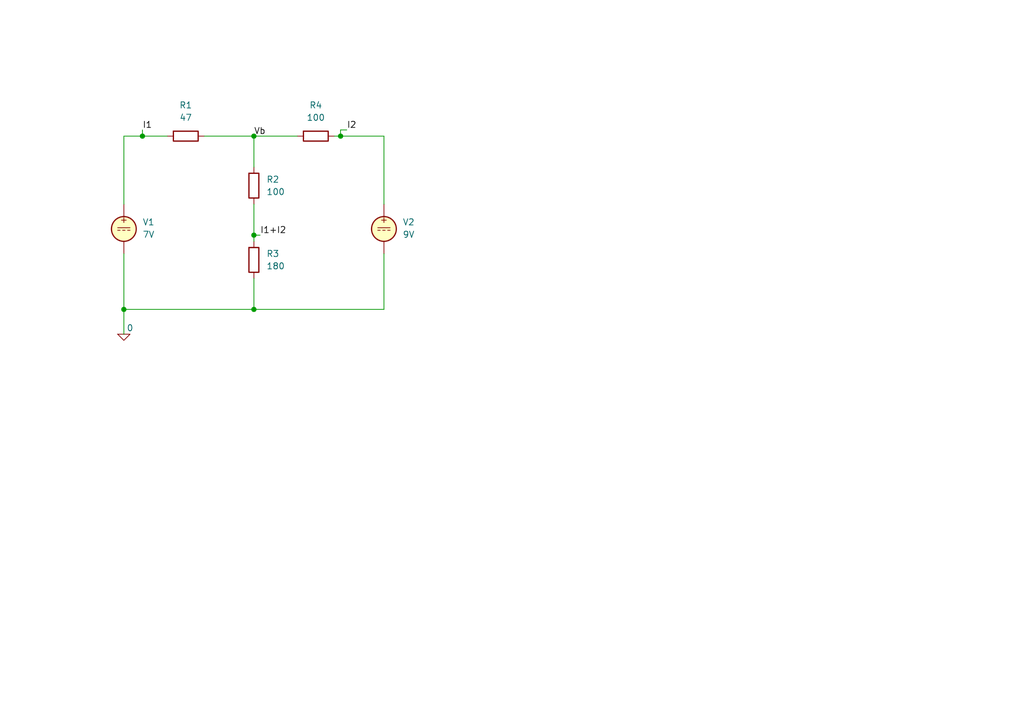
<source format=kicad_sch>
(kicad_sch (version 20250114) (generator "eeschema") (generator_version "9.0")
  (paper "A5")
  (lib_symbols
    (symbol "Device:R" (pin_numbers (hide yes)) (pin_names (offset 0))
      (property "Reference" "R" (at 2.032 0 90))
      (property "Value" "R" (at 0 0 90))
      (symbol "R_0_1"
        (rectangle (start -1.016 -2.54) (end 1.016 2.54) (stroke (width 0.254)))
      )
      (symbol "R_1_1"
        (pin passive line (at 0 3.81 270) (length 1.27) (name "~") (number "1"))
        (pin passive line (at 0 -3.81 90) (length 1.27) (name "~") (number "2"))
      )
    )
    (symbol "Simulation_SPICE:0" (power) (pin_numbers (hide yes)) (pin_names (offset 0) (hide yes))
      (property "Value" "0" (at 0 -2.54 0))
      (symbol "0_0_1"
        (polyline (pts (xy -1.27 0) (xy 0 -1.27) (xy 1.27 0) (xy -1.27 0)))
      )
      (symbol "0_1_1"
        (pin power_in line (at 0 0 0) (length 0) (name "~") (number "1"))
      )
    )
    (symbol "Simulation_SPICE:VDC" (pin_numbers (hide yes)) (pin_names (offset 0.0254))
      (property "Reference" "V" (at 2.54 2.54 0))
      (property "Value" "1" (at 2.54 0 0))
      (symbol "VDC_0_0"
        (polyline (pts (xy -1.27 0.254) (xy 1.27 0.254)))
        (polyline (pts (xy -0.762 -0.254) (xy -1.27 -0.254)))
        (polyline (pts (xy 0.254 -0.254) (xy -0.254 -0.254)))
        (polyline (pts (xy 1.27 -0.254) (xy 0.762 -0.254)))
        (text "+" (at 0 1.905 0) (effects (font (size 1.27 1.27))))
      )
      (symbol "VDC_0_1"
        (circle (center 0 0) (radius 2.54) (stroke (width 0.254)) (fill (type background)))
      )
      (symbol "VDC_1_1"
        (pin passive line (at 0 5.08 270) (length 2.54) (name "~") (number "1"))
        (pin passive line (at 0 -5.08 90) (length 2.54) (name "~") (number "2"))
      )
    )
  )
  (junction (at 52.07 27.94))
  (junction (at 25.4 63.5))
  (junction (at 29.21 27.94))
  (junction (at 52.07 48.26))
  (junction (at 52.07 63.5))
  (junction (at 69.85 27.94))
  (wire (pts (xy 25.4 27.94) (xy 25.4 41.91)))
  (wire (pts (xy 69.85 26.67) (xy 69.85 27.94)))
  (wire (pts (xy 29.21 26.67) (xy 29.21 27.94)))
  (wire (pts (xy 69.85 27.94) (xy 78.74 27.94)))
  (wire (pts (xy 52.07 27.94) (xy 52.07 34.29)))
  (wire (pts (xy 34.29 27.94) (xy 29.21 27.94)))
  (wire (pts (xy 25.4 52.07) (xy 25.4 63.5)))
  (wire (pts (xy 52.07 57.15) (xy 52.07 63.5)))
  (wire (pts (xy 53.34 48.26) (xy 52.07 48.26)))
  (wire (pts (xy 52.07 48.26) (xy 52.07 49.53)))
  (wire (pts (xy 78.74 41.91) (xy 78.74 27.94)))
  (wire (pts (xy 25.4 63.5) (xy 25.4 68.58)))
  (wire (pts (xy 78.74 63.5) (xy 52.07 63.5)))
  (wire (pts (xy 52.07 27.94) (xy 60.96 27.94)))
  (wire (pts (xy 71.12 26.67) (xy 69.85 26.67)))
  (wire (pts (xy 41.91 27.94) (xy 52.07 27.94)))
  (wire (pts (xy 68.58 27.94) (xy 69.85 27.94)))
  (wire (pts (xy 52.07 41.91) (xy 52.07 48.26)))
  (wire (pts (xy 25.4 63.5) (xy 52.07 63.5)))
  (wire (pts (xy 29.21 27.94) (xy 25.4 27.94)))
  (wire (pts (xy 78.74 52.07) (xy 78.74 63.5)))
  (label "I1" (at 29.21 26.67 0))
  (label "I1+I2" (at 53.34 48.26 0))
  (label "Vb" (at 52.07 27.94 0))
  (label "I2" (at 71.12 26.67 0))
  (symbol (lib_id "Device:R") (at 52.07 53.34 0) (unit 1)
    (property "Reference" "R3" (at 54.61 52.0699 0) (effects (justify left)))
    (property "Value" "180" (at 54.61 54.6099 0) (effects (justify left)))
    (property "Description" "Resistor" (effects (hide yes)))
  )
  (symbol (lib_id "Simulation_SPICE:VDC") (at 25.4 46.99 0) (unit 1)
    (property "Reference" "V1" (at 29.21 45.5901 0) (effects (justify left)))
    (property "Value" "7V" (at 29.21 48.1301 0) (effects (justify left)))
    (property "Datasheet" "https://ngspice.sourceforge.io/docs/ngspice-html-manual/manual.xhtml#sec_Independent_Sources_for" (effects (hide yes)))
    (property "Description" "Voltage source, DC" (effects (hide yes)))
    (property "Sim.Pins" "1=+ 2=-" (effects (hide yes)))
    (property "Sim.Type" "DC" (effects (hide yes)))
    (property "Sim.Device" "V" (effects (hide yes)))
  )
  (symbol (lib_id "Device:R") (at 52.07 38.1 0) (unit 1)
    (property "Reference" "R2" (at 54.61 36.8299 0) (effects (justify left)))
    (property "Value" "100" (at 54.61 39.3699 0) (effects (justify left)))
    (property "Description" "Resistor" (effects (hide yes)))
  )
  (symbol (lib_id "Device:R") (at 64.77 27.94 90) (unit 1)
    (property "Reference" "R4" (at 64.77 21.59 90))
    (property "Value" "100" (at 64.77 24.13 90))
    (property "Description" "Resistor" (effects (hide yes)))
  )
  (symbol (lib_id "Device:R") (at 38.1 27.94 90) (unit 1)
    (property "Reference" "R1" (at 38.1 21.59 90))
    (property "Value" "47" (at 38.1 24.13 90))
    (property "Description" "Resistor" (effects (hide yes)))
  )
  (symbol (lib_id "Simulation_SPICE:0") (at 25.4 68.58 0) (unit 1)
    (property "Reference" "#GND02" (effects (hide yes)))
    (property "Value" "0" (at 26.67 67.31 0))
    (property "Datasheet" "https://ngspice.sourceforge.io/docs/ngspice-html-manual/manual.xhtml#subsec_Circuit_elements__device" (effects (hide yes)))
    (property "Description" "0V reference potential for simulation" (effects (hide yes)))
  )
  (symbol (lib_id "Simulation_SPICE:VDC") (at 78.74 46.99 0) (unit 1)
    (property "Reference" "V2" (at 82.55 45.5901 0) (effects (justify left)))
    (property "Value" "9V" (at 82.55 48.1301 0) (effects (justify left)))
    (property "Datasheet" "https://ngspice.sourceforge.io/docs/ngspice-html-manual/manual.xhtml#sec_Independent_Sources_for" (effects (hide yes)))
    (property "Description" "Voltage source, DC" (effects (hide yes)))
    (property "Sim.Pins" "1=+ 2=-" (effects (hide yes)))
    (property "Sim.Type" "DC" (effects (hide yes)))
    (property "Sim.Device" "V" (effects (hide yes)))
  )
)
</source>
